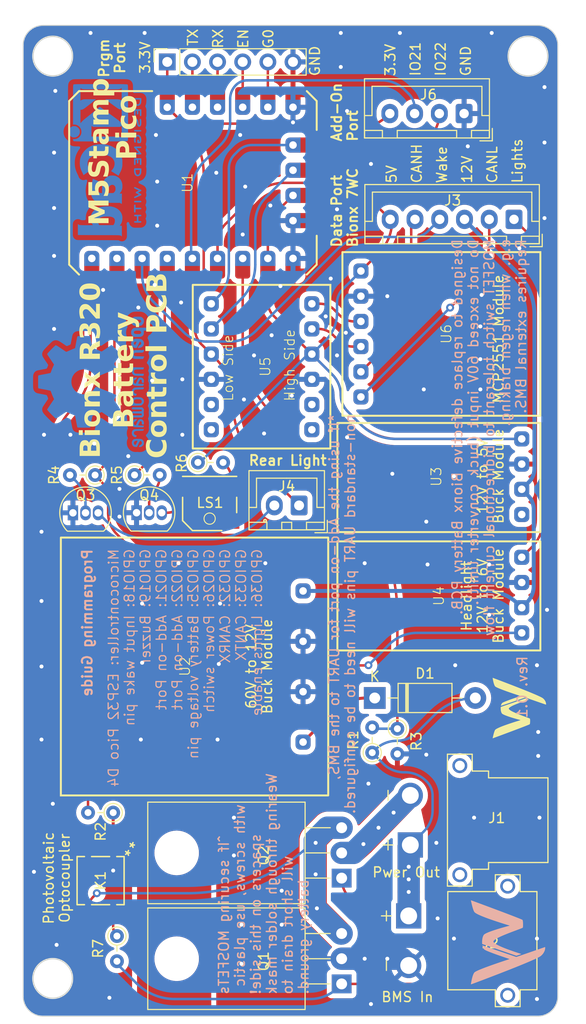
<source format=kicad_pcb>
(kicad_pcb (version 20240108) (generator "pcbnew") (generator_version "8.0")
  (title_block (date "2024-05-04") (rev "0.1") (comment 4 "AISLER Project ID: UHHHDROX"))
  (layers (0 "F.Cu" signal) (31 "B.Cu" signal) (34 "B.Paste" user) (35 "F.Paste" user) (36 "B.SilkS" user "B.Silkscreen") (37 "F.SilkS" user "F.Silkscreen") (38 "B.Mask" user) (39 "F.Mask" user) (44 "Edge.Cuts" user))
  (net 0 "")
  (net 1 "+BATT")
  (net 2 "-BATT")
  (net 3 "+12V")
  (net 4 "Net-(J5-Pin_4)")
  (net 5 "Net-(J5-Pin_2)")
  (net 6 "Net-(J5-Pin_5)")
  (net 7 "Net-(J5-Pin_3)")
  (net 8 "+5V")
  (net 10 "Net-(Q1-G)")
  (net 11 "Net-(Q3-B)")
  (net 12 "/CAN_L")
  (net 13 "/CAN_H")
  (net 14 "/Ride+_Wakepin")
  (net 15 "/Headlight_power")
  (net 16 "/BMS_TX")
  (net 17 "/BMS_RX")
  (net 18 "Net-(K1-Pad1)")
  (net 19 "+3.3V")
  (net 20 "Net-(Q4-B)")
  (net 21 "/LightsEnable_pin")
  (net 22 "/CAN_TX")
  (net 23 "/PowerSwitch_pin")
  (net 24 "/CAN_RX")
  (net 25 "/buzzer_pin")
  (net 26 "-OUT")
  (net 27 "Net-(D1-K)")
  (net 28 "/batteryRead_pin")
  (net 29 "Net-(LS1--)")
  (net 30 "Net-(LS1-+)")
  (net 35 "Net-(U5-HV2)")
  (net 36 "Net-(U5-HV1)")
  (net 38 "Net-(K1-Pad4)")
  (net 39 "Drain")
  (net 40 "Net-(J4-Pin_2)")
  (footprint "Resistor_THT:R_Axial_DIN0204_L3.6mm_D1.6mm_P2.54mm_Vertical" (layer "F.Cu") (at 50.165 131.318 180)
    (property "Reference" "R2")
    (property "Value" "R")
  )
  (footprint "Aliexpress_Modules:MCP2551 Module" (layer "F.Cu") (at 83.312 83.058 -90)
    (property "Reference" "U6")
    (property "Value" "MCP2551_Module")
  )
  (footprint "Aliexpress_Modules:Logic Level Converter Module" (layer "F.Cu") (at 65.151 86.36 -90)
    (property "Reference" "U5")
    (property "Value" "4-channel_LevelShifter")
  )
  (footprint "Package_TO_SOT_THT:TO-220-3_Horizontal_TabDown" (layer "F.Cu") (at 73.238 137.922 90)
    (property "Reference" "Q2")
    (property "Value" "STB75NF75LT4")
  )
  (footprint "Connector_JST:JST_XH_B4B-XH-A_1x04_P2.50mm_Vertical" (layer "F.Cu") (at 85.605 60.833 180)
    (property "Reference" "J6")
    (property "Value" "Conn_01x04_Socket")
  )
  (footprint "Connector_PinSocket_2.54mm:PinSocket_1x06_P2.54mm_Vertical" (layer "F.Cu") (at 55.626 55.626 90)
    (property "Reference" "J5" (hide yes))
    (property "Value" "Conn_01x06_Pin")
  )
  (footprint "Connector_JST:JST_XH_B6B-XH-A_1x06_P2.50mm_Vertical" (layer "F.Cu") (at 90.645 71.501 180)
    (property "Reference" "J3")
    (property "Value" "Conn_01x06_Socket")
  )
  (footprint "Aliexpress_Modules:Adj Buck Module" (layer "F.Cu") (at 83.2993 97.4471 90)
    (property "Reference" "U3")
    (property "Value" "Adj_Buck_Module")
  )
  (footprint "Resistor_THT:R_Axial_DIN0204_L3.6mm_D1.6mm_P2.54mm_Vertical" (layer "F.Cu") (at 52.324 97.2713)
    (property "Reference" "R5")
    (property "Value" "R")
  )
  (footprint "M5Stamp:M5Stamp Pico" (layer "F.Cu") (at 58.166 67.818 90)
    (property "Reference" "U1")
    (property "Value" "M5Stack-STAMP-PICO")
  )
  (footprint "Logos:MyLogo_small" (layer "F.Cu") (at 91.186 120.777 90)
    (property "Reference" "G***" (hide yes))
    (property "Value" "LOGO" (hide yes))
  )
  (footprint "Package_TO_SOT_THT:TO-220-3_Horizontal_TabDown" (layer "F.Cu") (at 73.238 148.59 90)
    (property "Reference" "Q1")
    (property "Value" "STB75NF75LT4")
  )
  (footprint "Package_TO_SOT_THT:TO-92_Inline" (layer "F.Cu") (at 46.101 101.092)
    (property "Reference" "Q3")
    (property "Value" "2N3904")
  )
  (footprint "Resistor_THT:R_Axial_DIN0204_L3.6mm_D1.6mm_P2.54mm_Vertical" (layer "F.Cu") (at 50.546 143.764 -90)
    (property "Reference" "R7")
    (property "Value" "R")
  )
  (footprint "Resistor_THT:R_Axial_DIN0204_L3.6mm_D1.6mm_P2.54mm_Vertical" (layer "F.Cu") (at 58.724 96.012)
    (property "Reference" "R6")
    (property "Value" "R")
  )
  (footprint "Resistor_THT:R_Axial_DIN0204_L3.6mm_D1.6mm_P2.54mm_Vertical" (layer "F.Cu") (at 78.867 122.859 -90)
    (property "Reference" "R3")
    (property "Value" "R")
  )
  (footprint "SnapEDA Library:AMASS_XT30PW-F" (layer "F.Cu") (at 85.1743 132.08 -90)
    (property "Reference" "J1")
    (property "Value" "XT30PW-F")
  )
  (footprint "5020_buzzer:CMT-0502_CUD" (layer "F.Cu") (at 59.908 100.1497 180)
    (property "Reference" "LS1")
    (property "Value" "CMT-0502-75-SMT-TR")
  )
  (footprint "Connector_JST:JST_XH_B2B-XH-A_1x02_P2.50mm_Vertical" (layer "F.Cu") (at 68.941 100.347 180)
    (property "Reference" "J4")
    (property "Value" "Conn_01x02_Socket")
  )
  (footprint "Resistor_THT:R_Axial_DIN0204_L3.6mm_D1.6mm_P2.54mm_Vertical" (layer "F.Cu") (at 48.337 97.282 180)
    (property "Reference" "R4")
    (property "Value" "R")
  )
  (footprint "Diode_THT:D_DO-41_SOD81_P10.16mm_Horizontal" (layer "F.Cu") (at 76.581 119.761)
    (property "Reference" "D1")
    (property "Value" "D")
  )
  (footprint "Aliexpress_Modules:CR-6030S Buck Module" (layer "F.Cu") (at 57.912 116.586 90)
    (property "Reference" "U2")
    (property "Value" "CR-6030S_Buck_Converter")
  )
  (footprint "SnapEDA Library:AMASS_XT30PW-M" (layer "F.Cu") (at 90.01 144.232 -90)
    (property "Reference" "J2")
    (property "Value" "XT30PW-M")
  )
  (footprint "Package_TO_SOT_THT:TO-92_Inline" (layer "F.Cu") (at 52.528 101.0813)
    (property "Reference" "Q4")
    (property "Value" "2N3904")
  )
  (footprint "Resistor_THT:R_Axial_DIN0204_L3.6mm_D1.6mm_P2.54mm_Vertical" (layer "F.Cu") (at 76.327 125.272 90)
    (property "Reference" "R1")
    (property "Value" "R")
  )
  (footprint "Aliexpress_Modules:Adj Buck Module" (layer "F.Cu") (at 83.2993 109.3851 90)
    (property "Reference" "U4")
    (property "Value" "Adj_Buck_Module")
  )
  (footprint "Optocoupler_voltaic:SOP4PIN_PAN" (layer "F.Cu") (at 48.895 138.176 -90)
    (property "Reference" "K1")
    (property "Value" "APV1121S")
  )
  (footprint "Logos:MyLogo" (layer "B.Cu") (at 90.043 144.399 -90)
    (property "Reference" "G***" (hide yes))
    (property "Value" "LOGO" (hide yes))
  )
  (footprint "Symbol:OSHW-Logo2_14.6x12mm_Copper" (layer "B.Cu") (at 48.133 87.884 -90)
    (property "Reference" "REF**" (hide yes))
    (property "Value" "OSHW-Logo2_14.6x12mm_Copper" (hide yes))
  )
  (footprint "Symbol:KiCad-Logo2_6mm_Copper" (layer "B.Cu") (at 48.641 65.532 -90)
    (property "Reference" "REF**" (hide yes))
    (property "Value" "KiCad-Logo2_6mm_Copper" (hide yes))
  )
  (gr_circle (center 44.061 148.042) (end 46.061 148.042) (stroke (width 0.15)) (fill none) (layer "Edge.Cuts"))
  (gr_arc (start 93.072 51.943) (mid 94.486214 52.528786) (end 95.072 53.943) (stroke (width 0.1)) (layer "Edge.Cuts"))
  (gr_arc (start 43.072 151.843) (mid 41.657786 151.257214) (end 41.072 149.843) (stroke (width 0.1)) (layer "Edge.Cuts"))
  (gr_line (start 41.072 149.843) (end 41.072 53.943) (stroke (width 0.1)) (layer "Edge.Cuts"))
  (gr_line (start 43.072 51.943) (end 93.072 51.943) (stroke (width 0.1)) (layer "Edge.Cuts"))
  (gr_arc (start 41.072 53.943) (mid 41.657786 52.528786) (end 43.072 51.943) (stroke (width 0.1)) (layer "Edge.Cuts"))
  (gr_line (start 95.072 53.943) (end 95.072 149.843) (stroke (width 0.1)) (layer "Edge.Cuts"))
  (gr_line (start 93.072 151.843) (end 43.072 151.843) (stroke (width 0.1)) (layer "Edge.Cuts"))
  (gr_circle (center 92.061 55.042) (end 94.061 55.042) (stroke (width 0.15)) (fill none) (layer "Edge.Cuts"))
  (gr_circle (center 44.061 55.042) (end 46.061 55.042) (stroke (width 0.15)) (fill none) (layer "Edge.Cuts"))
  (gr_arc (start 95.072 149.843) (mid 94.486214 151.257214) (end 93.072 151.843) (stroke (width 0.1)) (layer "Edge.Cuts"))
  (gr_text "^If securing MOSFETs\nwith screws, use plastic \nspacers on this side!\nWearing through solder mask\nwill short drain to\nbattery ground." (at 69.977 149.733 90) (layer "B.SilkS") (effects (font (size 1 1)) (justify right bottom mirror)))
  (gr_text "Programming Guide" (at 48.133 104.648 90) (layer "B.SilkS") (effects (font (size 1 1) (thickness 0.2) (bold yes)) (justify left bottom mirror)))
  (gr_text "*If using the Add-on port for UART to the BMS, \nnon-standard UART pins will need to be configured." (at 74.676 91.059 90) (layer "B.SilkS") (effects (font (size 1 1)) (justify left bottom mirror)))
  (gr_text "Rev. 0.1" (at 92.075 115.443 90) (layer "B.SilkS") (effects (font (size 1 1)) (justify left bottom mirror)))
  (gr_text "Microcontroller: ESP32 Pico D4\nGPIO18: Input wake pin\nGPIO19: Buzzer\nGPIO21: Add-on Port\nGPIO22: Add-on Port\nGPIO25: Battery voltage pin\nGPIO26: Power switch\nGPIO32: CANRX\nGPIO33: CANTX\nGPIO36: Lights enable\n" (at 65.278 104.648 90) (layer "B.SilkS") (effects (font (size 1 1) (thickness 0.125)) (justify left bottom mirror)))
  (gr_text "Designed to replace defective Bionx Battery PCB. \nDo not exceed 60V input (buck converter limit).\nMOSFET switch tolerant to bidirectional current flow,\ne.g. when regen braking.\nRequires external BMS." (at 91.948 73.406 90) (layer "B.SilkS") (effects (font (size 1 1)) (justify left bottom mirror)))
  (gr_text "GND" (at 71.12 57.15 90) (layer "F.SilkS") (effects (font (size 1 1)) (justify left bottom)))
  (gr_text "IO21" (at 81.28 57.15 90) (layer "F.SilkS") (effects (font (size 1 1)) (justify left bottom)))
  (gr_text "BMS In" (at 79.883 150.495 0) (layer "F.SilkS") (effects (font (size 1 1)) (justify bottom)))
  (gr_text "RX" (at 61.341 54.356 90) (layer "F.SilkS") (effects (font (size 1 1)) (justify left bottom)))
  (gr_text "IO22" (at 83.819998 57.15 90) (layer "F.SilkS") (effects (font (size 1 1)) (justify left bottom)))
  (gr_text "3.3V" (at 53.975 56.896 90) (layer "F.SilkS") (effects (font (size 1 1)) (justify left bottom)))
  (gr_text "12V to 5V\nBuck Module" (at 89.662 97.409 90) (layer "F.SilkS") (effects (font (size 1 1)) (justify bottom)))
  (gr_text "CANH" (at 81.407 67.944999 90) (layer "F.SilkS") (effects (font (size 1 1)) (justify left bottom)))
  (gr_text "CANL" (at 89.027 67.944999 90) (layer "F.SilkS") (effects (font (size 1 1)) (justify left bottom)))
  (gr_text "Data Port\nBionx 7WC" (at 74.93 74.422 90) (layer "F.SilkS") (effects (font (size 1 1) (thickness 0.2) (bold yes)) (justify left bottom)))
  (gr_text "Bionx R320 \nBattery \nControl PCB" (at 55.88 86.233 90) (layer "F.SilkS") (effects (font (size 2 2) (thickness 0.2) (bold yes)) (justify bottom)))
  (gr_text "GND" (at 86.359999 57.15 90) (layer "F.SilkS") (effects (font (size 1 1)) (justify left bottom)))
  (gr_text "EN" (at 63.881 54.356 90) (layer "F.SilkS") (effects (font (size 1 1)) (justify left bottom)))
  (gr_text "MCP2551 Module" (at 89.662 83.566 90) (layer "F.SilkS") (effects (font (size 1 1)) (justify bottom)))
  (gr_text "Wake" (at 83.947 67.945 90) (layer "F.SilkS") (effects (font (size 1 1)) (justify left bottom)))
  (gr_text "12V" (at 86.486999 67.944999 90) (layer "F.SilkS") (effects (font (size 1 1)) (justify left bottom)))
  (gr_text "Rear Light" (at 63.754 96.393 0) (layer "F.SilkS") (effects (font (size 1 1) (thickness 0.2) (bold yes)) (justify left bottom)))
  (gr_text "3.3V" (at 78.739999 57.15 90) (layer "F.SilkS") (effects (font (size 1 1)) (justify left bottom)))
  (gr_text "Prgm\nPort" (at 51.435 55.245 90) (layer "F.SilkS") (effects (font (size 1 1) (thickness 0.2) (bold yes)) (justify bottom)))
  (gr_text "Pwer Out" (at 79.756 137.922 0) (layer "F.SilkS") (effects (font (size 1 1)) (justify bottom)))
  (gr_text "Lights" (at 91.567 67.944999 90) (layer "F.SilkS") (effects (font (size 1 1)) (justify left bottom)))
  (gr_text "5V" (at 78.867 67.944999 90) (layer "F.SilkS") (effects (font (size 1 1)) (justify left bottom)))
  (gr_text "Add-On\nPort" (at 74.93 63.754 90) (layer "F.SilkS") (effects (font (size 1 1) (thickness 0.2) (bold yes)) (justify left bottom)))
  (gr_text "60V to 12V\nBuck Module" (at 66.294 116.586 90) (layer "F.SilkS") (effects (font (size 1 1)) (justify bottom)))
  (gr_text "Headlight\n12V to 6V\nBuck Module" (at 89.662 109.474 90) (layer "F.SilkS") (effects (font (size 1 1)) (justify bottom)))
  (gr_text "G0" (at 66.421 54.356 90) (layer "F.SilkS") (effects (font (size 1 1)) (justify left bottom)))
  (gr_text "TX" (at 58.801 54.102 90) (layer "F.SilkS") (effects (font (size 1 1)) (justify left bottom)))
  (gr_text "Photovoltaic\nOptocoupler" (at 45.847 137.922 90) (layer "F.SilkS") (effects (font (size 1 1)) (justify bottom)))
  (segment (start 80.01 138.049) (end 80.01 139.319) (width 2.25) (layer "F.Cu") (net 1))
  (segment (start 80.1742 134.58) (end 80.01 134.744) (width 2.25) (layer "F.Cu") (net 1))
  (segment (start 80.01 134.744) (end 80.01 136.779) (width 2.25) (layer "F.Cu") (net 1))
  (segment (start 80.01 139.319) (end 80.01 141.732) (width 2.25) (layer "F.Cu") (net 1))
  (segment (start 80.01 136.779) (end 80.01 138.049) (width 2.25) (layer "F.Cu") (net 1))
  (via (at 80.01 138.049) (size 0.8) (drill 0.4) (layers "F.Cu" "B.Cu") (net 1))
  (via (at 80.01 136.779) (size 0.8) (drill 0.4) (layers "F.Cu" "B.Cu") (net 1))
  (via (at 80.01 139.319) (size 0.8) (drill 0.4) (layers "F.Cu" "B.Cu") (net 1))
  (segment (start 80.860332 123.228668) (end 82.621762 121.467238) (width 0.25) (layer "B.Cu") (net 1))
  (segment (start 81.77768 128.13268) (end 81.837214 128.192214) (width 0.25) (layer "B.Cu") (net 1))
  (segment (start 79.551641 127.254) (end 79.656359 127.254) (width 0.25) (layer "B.Cu") (net 1))
  (segment (start 76.327 125.272) (end 77.430321 126.375321) (width 0.25) (layer "B.Cu") (net 1))
  (segment (start 82.423 129.606427) (end 82.423 131.088437) (width 0.25) (layer "B.Cu") (net 1))
  (segment (start 81.544415 133.209663) (end 81.2986 133.4555) (width 0.25) (layer "B.Cu") (net 1))
  (segment (start 81.2986 133.4555) (end 80.1742 134.58) (width 0.25) (layer "B.Cu") (net 1))
  (segment (start 80.01 141.732) (end 80.01 134.744) (width 2.25) (layer "B.Cu") (net 1))
  (segment (start 76.327 125.272) (end 76.609622 124.989378) (width 0.25) (layer "B.Cu") (net 1))
  (segment (start 80.1743 134.5798) (end 80.1743 134.58) (width 2.25) (layer "B.Cu") (net 1))
  (segment (start 80.01 134.744) (end 80.1742 134.58) (width 2.25) (layer "B.Cu") (net 1))
  (arc (start 81.837214 128.192214) (mid 82.270759 128.84106) (end 82.423 129.606427) (width 0.25) (layer "B.Cu") (net 1))
  (arc (start 78.80745 124.079) (mid 77.618002 124.315599) (end 76.609622 124.989378) (width 0.25) (layer "B.Cu") (net 1))
  (arc (start 81.544415 133.209663) (mid 82.194664 132.236426) (end 82.423 131.088437) (width 0.25) (layer "B.Cu") (net 1))
  (arc (start 82.621762 121.467238) (mid 84.511678 120.204436) (end 86.741 119.761) (width 0.25) (layer "B.Cu") (net 1))
  (arc (start 78.80745 124.079) (mid 79.918462 123.858006) (end 80.860332 123.228668) (width 0.25) (layer "B.Cu") (net 1))
  (arc (start 79.656359 127.254) (mid 80.80441 127.482362) (end 81.77768 128.13268) (width 0.25) (layer "B.Cu") (net 1))
  (arc (start 77.430321 126.375321) (mid 78.403591 127.025639) (end 79.551641 127.254) (width 0.25) (layer "B.Cu") (net 1))
  (segment (start 75.565 146.05) (end 73.238 146.05) (width 2.25) (layer "F.Cu") (net 2))
  (segment (start 77.851 146.05) (end 75.565 146.05) (width 2.25) (layer "F.Cu") (net 2))
  (segment (start 79.328 146.05) (end 77.851 146.05) (width 2.25) (layer "F.Cu") (net 2))
  (segment (start 80.01 146.732) (end 79.328 146.05) (width 2.25) (layer "F.Cu") (net 2))
  (via (at 63.246 73.025) (size 0.8) (drill 0.4) (layers "F.Cu" "B.Cu") (net 2))
  (via (at 79.121 52.705) (size 0.8) (drill 0.4) (layers "F.Cu" "B.Cu") (net 2))
  (via (at 63.119 146.558) (size 0.8) (drill 0.4) (layers "F.Cu" "B.Cu") (net 2))
  (via (at 49.784 149.987) (size 0.8) (drill 0.4) (layers "F.Cu" "B.Cu") (net 2))
  (via (at 93.98 110.871) (size 0.8) (drill 0.4) (layers "F.Cu" "B.Cu") (net 2))
  (via (at 60.96 110.236) (size 0.8) (drill 0.4) (layers "F.Cu" "B.Cu") (net 2))
  (via (at 51.689 95.377) (size 0.8) (drill 0.4) (layers "F.Cu" "B.Cu") (net 2))
  (via (at 57.15 93.218) (size 0.8) (drill 0.4) (layers "F.Cu" "B.Cu") (net 2))
  (via (at 65.532 106.172) (size 0.8) (drill 0.4) (layers "F.Cu" "B.Cu") (net 2))
  (via (at 85.979 64.135) (size 0.8) (drill 0.4) (layers "F.Cu" "B.Cu") (net 2))
  (via (at 75.565 106.172) (size 0.8) (drill 0.4) (layers "F.Cu" "B.Cu") (net 2))
  (via (at 87.376 79.121) (size 0.8) (drill 0.4) (layers "F.Cu" "B.Cu") (net 2))
  (via (at 76.2 65.913) (size 0.8) (drill 0.4) (layers "F.Cu" "B.Cu") (net 2))
  (via (at 93.218 131.826) (size 0.8) (drill 0.4) (layers "F.Cu" "B.Cu") (net 2))
  (via (at 73.787 60.579) (size 0.8) (drill 0.4) (layers "F.Cu" "B.Cu") (net 2))
  (via (at 63.373 89.662) (size 0.8) (drill 0.4) (layers "F.Cu" "B.Cu") (net 2))
  (via (at 82.804 134.366) (size 0.8) (drill 0.4) (layers "F.Cu" "B.Cu") (net 2))
  (via (at 63.119 142.621) (size 0.8) (drill 0.4) (layers "F.Cu" "B.Cu") (net 2))
  (via (at 81.788 101.981) (size 0.8) (drill 0.4) (layers "F.Cu" "B.Cu") (net 2))
  (via (at 66.167 83.185) (size 0.8) (drill 0.4) (layers "F.Cu" "B.Cu") (net 2))
  (via (at 62.357 135.636) (size 0.8) (drill 0.4) (layers "F.Cu" "B.Cu") (net 2))
  (via (at 92.964 144.018) (size 0.8) (drill 0.4) (layers "F.Cu" "B.Cu") (net 2))
  (via (at 60.706 123.952) (size 0.8) (drill 0.4) (layers "F.Cu" "B.Cu") (net 2))
  (via (at 42.926 109.982) (size 0.8) (drill 0.4) (layers "F.Cu" "B.Cu") (net 2))
  (via (at 63.5 68.199) (size 0.8) (drill 0.4) (layers "F.Cu" "B.Cu") (net 2))
  (via (at 73.152 56.134) (size 0.8) (drill 0.4) (layers "F.Cu" "B.Cu") (net 2))
  (via (at 52.959 123.952) (size 0.8) (drill 0.4) (layers "F.Cu" "B.Cu") (net 2))
  (via (at 93.726 63.754) (size 0.8) (drill 0.4) (layers "F.Cu" "B.Cu") (net 2))
  (via (at 54.61 72.136) (size 0.8) (drill 0.4) (layers "F.Cu" "B.Cu") (net 2))
  (via (at 53.086 110.236) (size 0.8) (drill 0.4) (layers "F.Cu" "B.Cu") (net 2))
  (via (at 81.534 88.646) (size 0.8) (drill 0.4) (layers "F.Cu" "B.Cu") (net 2))
  (via (at 93.091 125.603) (size 0.8) (drill 0.4) (layers "F.Cu" "B.Cu") (net 2))
  (via (at 73.787 93.472) (size 0.8) (drill 0.4) (layers "F.Cu" "B.Cu") (net 2))
  (via (at 68.326 61.722) (size 0.8) (drill 0.4) (layers "F.Cu" "B.Cu") (net 2))
  (via (at 92.964 150.114) (size 0.8) (drill 0.4) (layers "F.Cu" "B.Cu") (net 2))
  (via (at 93.726 58.166) (size 0.8) (drill 0.4) (layers "F.Cu" "B.Cu") (net 2))
  (via (at 81.915 106.299) (size 0.8) (drill 0.4) (layers "F.Cu" "B.Cu") (net 2))
  (via (at 81.788 125.476) (size 0.8) (drill 0.4) (layers "F.Cu" "B.Cu") (net 2))
  (via (at 56.769 106.172) (size 0.8) (drill 0.4) (layers "F.Cu" "B.Cu") (net 2))
  (via (at 42.164 137.287) (size 0.8) (drill 0.4) (layers "F.Cu" "B.Cu") (net 2))
  (via (at 84.582 97.409) (size 0.8) (drill 0.4) (layers "F.Cu" "B.Cu") (net 2))
  (via (at 50.8 98.679) (size 0.8) (drill 0.4) (layers "F.Cu" "B.Cu") (net 2))
  (via (at 44.196 82.55) (size 0.8) (drill 0.4) (layers "F.Cu" "B.Cu") (net 2))
  (via (at 88.392 52.705) (size 0.8) (drill 0.4) (layers "F.Cu" "B.Cu") (net 2))
  (via (at 78.359 97.155) (size 0.8) (drill 0.4) (layers "F.Cu" "B.Cu") (net 2))
  (via (at 72.771 85.217) (size 0.8) (drill 0.4) (layers "F.Cu" "B.Cu") (net 2))
  (via (at 67.183 142.621) (size 0.8) (drill 0.4) (layers "F.Cu" "B.Cu") (net 2))
  (via (at 53.34 52.705) (size 0.8) (drill 0.4) (layers "F.Cu" "B.Cu") (net 2))
  (via (at 57.023 79.883) (size 0.8) (drill 0.4) (layers "F.Cu" "B.Cu") (net 2))
  (via (at 44.323 58.547) (size 0.8) (drill 0.4) (layers "F.Cu" "B.Cu") (net 2))
  (via (at 54.61 67.691) (size 0.8) (drill 0.4) (layers "F.Cu" "B.Cu") (net 2))
  (via (at 82.931 141.986) (size 0.8) (drill 0.4) (layers "F.Cu" "B.Cu") (net 2))
  (via (at 44.196 70.358) (size 0.8) (drill 0.4) (layers "F.Cu" "B.Cu") (net 2))
  (via (at 71.628 81.28) (size 0.8) (drill 0.4) (layers "F.Cu" "B.Cu") (net 2))
  (via (at 44.196 64.77) (size 0.8) (drill 0.4) (layers "F.Cu" "B.Cu") (net 2))
  (via (at 68.199 89.281) (size 0.8) (drill 0.4) (layers "F.Cu" "B.Cu") (net 2))
  (via (at 44.45 144.653) (size 0.8) (drill 0.4) (layers "F.Cu" "B.Cu") (net 2))
  (via (at 75.946 128.397) (size 0.8) (drill 0.4) (layers "F.Cu" "B.Cu") (net 2))
  (via (at 62.357 131.826) (size 0.8) (drill 0.4) (layers "F.Cu" "B.Cu") (net 2))
  (via (at 86.614 131.826) (size 0.8) (drill 0.4) (layers "F.Cu" "B.Cu") (net 2))
  (via (at 87.249 85.598) (size 0.8) (drill 0.4) (layers "F.Cu" "B.Cu") (net 2))
  (via (at 49.149 78.613) (size 0.8) (drill 0.4) (layers "F.Cu" "B.Cu") (net 2))
  (via (at 93.091 123.19) (size 0.8) (drill 0.4) (layers "F.Cu" "B.Cu") (net 2))
  (via (at 52.705 80.391) (size 0.8) (drill 0.4) (layers "F.Cu" "B.Cu") (net 2))
  (via (at 73.152 52.705) (size 0.8) (drill 0.4) (layers "F.Cu" "B.Cu") (net 2))
  (via (at 54.483 62.992) (size 0.8) (drill 0.4) (layers "F.Cu" "B.Cu") (net 2))
  (via (at 44.069 130.429) (size 0.8) (drill 0.4) (layers "F.Cu" "B.Cu") (net 2))
  (via (at 47.879 52.705) (size 0.8) (drill 0.4) (layers "F.Cu" "B.Cu") (net 2))
  (via (at 73.66 82.931) (size 0.8) (drill 0.4) (layers "F.Cu" "B.Cu") (net 2))
  (via (at 84.709 116.459) (size 0.8) (drill 0.4) (layers "F.Cu" "B.Cu") (net 2))
  (via (at 48.26 94.107) (size 0.8) (drill 0.4) (layers "F.Cu" "B.Cu") (net 2))
  (via (at 91.186 74.422) (size 0.8) (drill 0.4) (layers "F.Cu" "B.Cu") (net 2))
  (via (at 88.138 106.299) (size 0.8) (drill 0.4) (layers "F.Cu" "B.Cu") (net 2))
  (via (at 42.926 116.586) (size 0.8) (drill 0.4) (layers "F.Cu" "B.Cu") (net 2))
  (via (at 67.183 139.192) (size 0.8) (drill 0.4) (layers "F.Cu" "B.Cu") (net 2))
  (via (at 88.138 111.379) (size 0.8) (drill 0.4) (layers "F.Cu" "B.Cu") (net 2))
  (via (at 50.8 101.473) (size 0.8) (drill 0.4) (layers "F.Cu" "B.Cu") (net 2))
  (via (at 54.356 78.105) (size 0.8) (drill 0.4) (layers "F.Cu" "B.Cu") (net 2))
  (via (at 72.771 70.485) (size 0.8) (drill 0.4) (layers "F.Cu" "B.Cu") (net 2))
  (via (at 66.04 70.104) (size 0.8) (drill 0.4) (layers "F.Cu" "B.Cu") (net 2))
  (via (at 92.964 116.459) (size 0.8) (drill 0.4) (layers "F.Cu" "B.Cu") (net 2))
  (via (at 87.249 88.646) (size 0.8) (drill 0.4) (layers "F.Cu" "B.Cu") (net 2))
  (via (at 67.056 78.232) (size 0.8) (drill 0.4) (layers "F.Cu" "B.Cu") (net 2))
  (via (at 54.102 87.757) (size 0.8) (drill 0.4) (layers "F.Cu" "B.Cu") (net 2))
  (via (at 60.579 66.802) (size 0.8) (drill 0.4) (layers "F.Cu" "B.Cu") (net 2))
  (via (at 42.926 102.997) (size 0.8) (drill 0.4) (layers "F.Cu" "B.Cu") (net 2))
  (via (at 65.405 93.091) (size 0.8) (drill 0.4) (layers "F.Cu" "B.Cu") (net 2))
  (via (at 43.18 93.218) (size 0.8) (drill 0.4) (layers "F.Cu" "B.Cu") (net 2))
  (via (at 44.196 75.184) (size 0.8) (drill 0.4) (layers "F.Cu" "B.Cu") (net 2))
  (via (at 87.249 82.296) (size 0.8) (drill 0.4) (layers "F.Cu" "B.Cu") (net 2))
  (via (at 42.926 123.952) (size 0.8) (drill 0.4) (layers "F.Cu" "B.Cu") (net 2))
  (via (at 77.851 146.05) (size 0.8) (drill 0.4) (layers "F.Cu" "B.Cu") (net 2))
  (via (at 93.726 71.374) (size 0.8) (drill 0.4) (layers "F.Cu" "B.Cu") (net 2))
  (via (at 62.992 62.992) (size 0.8) (drill 0.4) (layers "F.Cu" "B.Cu") (net 2))
  (via (at 77.851 79.248) (size 0.8) (drill 0.4) (layers "F.Cu" "B.Cu") (net 2))
  (via (at 84.582 144.018) (size 0.8) (drill 0.4) (layers "F.Cu" "B.Cu") (net 2))
  (via (at 45.847 93.218) (size 0.8) (drill 0.4) (layers "F.Cu" "B.Cu") (net 2))
  (via (at 50.165 137.16) (size 0.8) (drill 0.4) (layers "F.Cu" "B.Cu") (net 2))
  (via (at 53.086 116.205) (size 0.8) (drill 0.4) (layers "F.Cu" "B.Cu") (net 2))
  (via (at 57.15 87.63) (size 0.8) (drill 0.4) (layers "F.Cu" "B.Cu") (net 2))
  (via (at 64.389 85.217) (size 0.8) (drill 0.4) (layers "F.Cu" "B.Cu") (net 2))
  (via (at 75.565 146.05) (size 0.8) (drill 0.4) (layers "F.Cu" "B.Cu") (net 2))
  (via (at 60.833 116.332) (size 0.8) (drill 0.4) (layers "F.Cu" "B.Cu") (net 2))
  (via (at 76.2 150.622) (size 0.8) (drill 0.4) (layers "F.Cu" "B.Cu") (net 2))
  (via (at 72.136 77.47) (size 0.8) (drill 0.4) (layers "F.Cu" "B.Cu") (net 2))
  (segment (start 73.238 146.05) (end 79.328 146.05) (width 2.25) (layer "B.Cu") (net 2))
  (segment (start 79.328 146.05) (end 80.01 146.732) (width 2.25) (layer "B.Cu") (net 2))
  (segment (start 92.053513 99.343313) (end 91.4273 98.7171) (width 0.4) (layer "B.Cu") (net 3))
  (segment (start 90.966743 76.869743) (end 85.5156 71.4186) (width 0.4) (layer "B.Cu") (net 3))
  (segment (start 91.4273 110.655) (end 91.933926 110.148374) (width 0.4) (layer "B.Cu") (net 3))
  (segment (start 69.342 108.966) (end 87.853947 108.966) (width 0.4) (layer "B.Cu") (net 3))
  (segment (start 92.71 96.605973) (end 92.71 81.078338) (width 0.4) (layer "B.Cu") (net 3))
  (segment (start 91.070606 110.298327) (end 91.4273 110.655) (width 0.4) (layer "B.Cu") (net 3))
  (segment (start 91.4273 98.7171) (end 92.124214 98.020186) (width 0.4) (layer "B.Cu") (net 3))
  (segment (start 92.6393 108.44545) (end 92.6393 100.757527) (width 0.4) (layer "B.Cu") (net 3))
  (segment (start 91.4273 110.655) (end 91.4273 110.6551) (width 0.4) (layer "B.Cu") (net 3))
  (arc (start 90.966743 76.869743) (mid 92.256942 78.800663) (end 92.71 81.078338) (width 0.4) (layer "B.Cu") (net 3))
  (arc (start 92.71 96.605973) (mid 92.557759 97.37134) (end 92.124214 98.020186) (width 0.4) (layer "B.Cu") (net 3))
  (arc (start 91.933926 110.148374) (mid 92.455979 109.367066) (end 92.6393 108.44545) (width 0.4) (layer "B.Cu") (net 3))
  (arc (start 87.853947 108.966) (mid 89.594779 109.31226) (end 91.070606 110.298327) (width 0.4) (layer "B.Cu") (net 3))
  (arc (start 92.6393 100.757527) (mid 92.487059 99.99216) (end 92.053513 99.343313) (width 0.4) (layer "B.Cu") (net 3))
  (segment (start 63.246 55.626) (end 63.246 58.928) (width 0.25) (layer "F.Cu") (net 4))
  (segment (start 58.166 55.626) (end 58.166 58.928) (width 0.25) (layer "F.Cu") (net 5))
  (segment (start 65.786 55.626) (end 65.786 58.928) (width 0.25) (layer "F.Cu") (net 6))
  (segment (start 60.706 55.626) (end 60.706 58.928) (width 0.25) (layer "F.Cu") (net 7))
  (segment (start 73.834463 90.852463) (end 75.053673 92.071673) (width 0.25) (layer "F.Cu") (net 8))
  (segment (start 76.987945 74.904055) (end 75.36255 76.52945) (width 0.25) (layer "F.Cu") (net 8))
  (segment (start 70.104 69.088) (end 74.445289 69.088) (width 0.25) (layer "F.Cu") (net 8))
  (segment (start 65.786 76.708) (end 65.786 79.816573) (width 0.25) (layer "F.Cu") (net 8))
  (segment (start 70.231 85.09) (end 72.307806 87.166806) (width 0.25) (layer "F.Cu") (net 8))
  (segment (start 76.641842 69.997842) (end 78.32355 71.67955) (width 0.25) (layer "F.Cu") (net 8))
  (segment (start 68.326 69.088) (end 66.619657 70.794343) (width 0.25) (layer "F.Cu") (net 8))
  (segment (start 65.786 72.806969) (end 65.786 75.438) (width 0.25) (layer "F.Cu") (net 8))
  (segment (start 78.832947 93.6371) (end 91.4273 93.6371) (width 0.25) (layer "F.Cu") (net 8))
  (segment (start 66.371787 81.230787) (end 70.231 85.09) (width 0.25) (layer "F.Cu") (net 8))
  (arc (start 76.987945 74.904055) (mid 77.976438 73.424671) (end 78.32355 71.67955) (width 0.25) (layer "F.Cu") (net 8))
  (arc (start 73.152 89.204869) (mid 73.329366 90.096532) (end 73.834463 90.852463) (width 0.25) (layer "F.Cu") (net 8))
  (arc (start 65.786 72.806969) (mid 66.00266 71.717744) (end 66.619657 70.794343) (width 0.25) (layer "F.Cu") (net 8))
  (arc (start 78.832947 93.6371) (mid 76.787618 93.230259) (end 75.053673 92.071673) (width 0.25) (layer "F.Cu") (net 8))
  (arc (start 65.786 79.816573) (mid 65.938241 80.58194) (end 66.371787 81.230787) (width 0.25) (layer "F.Cu") (net 8))
  (arc (start 73.152 89.204869) (mid 72.932601 88.101877) (end 72.307806 87.166806) (width 0.25) (layer "F.Cu") (net 8))
  (arc (start 74.445289 69.088) (mid 75.634055 69.32446) (end 76.641842 69.997842) (width 0.25) (layer "F.Cu") (net 8))
  (segment (start 70.231 85.09) (end 71.644277 83.676723) (width 0.25) (layer "B.Cu") (net 8))
  (segment (start 78.698872 93.6371) (end 91.4273 93.6371) (width 0.25) (layer "B.Cu") (net 8))
  (segment (start 73.831601 90.849601) (end 75.148478 92.166478) (width 0.25) (layer "B.Cu") (net 8))
  (segment (start 73.353564 78.538436) (end 75.184 76.708) (width 0.25) (layer "B.Cu") (net 8))
  (segment (start 70.231 85.09) (end 72.304987 87.163987) (width 0.25) (layer "B.Cu") (net 8))
  (segment (start 70.231 85.09) (end 69.85 85.09) (width 0.25) (layer "B.Cu") (net 8))
  (segment (start 69.85 85.09) (end 58.928 96.012) (width 0.25) (layer "B.Cu") (net 8))
  (segment (start 58.928 96.012) (end 58.724 96.012) (width 0.25) (layer "B.Cu") (net 8))
  (segment (start 72.771 80.956574) (end 72.771 79.94487) (width 0.25) (layer "B.Cu") (net 8))
  (arc (start 72.304987 87.163987) (mid 72.931868 88.102181) (end 73.152 89.208901) (width 0.25) (layer "B.Cu") (net 8))
  (arc (start 72.771 79.94487) (mid 72.922403 79.183713) (end 73.353564 78.538436) (width 0.25) (layer "B.Cu") (net 8))
  (arc (start 73.152 89.208901) (mid 73.328622 90.096842) (end 73.831601 90.849601) (width 0.25) (layer "B.Cu") (net 8))
  (arc (start 72.771 80.956574) (mid 72.478174 82.428708) (end 71.644277 83.676723) (width 0.25) (layer "B.Cu") (net 8))
  (arc (start 78.698872 93.6371) (mid 76.777412 93.254898) (end 75.148478 92.166478) (width 0.25) (layer "B.Cu") (net 8))
  (segment (start 82.296 146.41847) (end 82.296 146.765537) (width 0.25) (layer "F.Cu") (net 10))
  (segment (start 80.471537 148.59) (end 73.238 148.59) (width 0.25) (layer "F.Cu") (net 10))
  (segment (start 79.214427 144.272) (end 80.14953 144.272) (width 0.25) (layer "F.Cu") (net 10))
  (segment (start 74.087991 139.973991) (end 77.800214 143.686214) (width 0.25) (layer "F.Cu") (net 10))
  (arc (start 82.296 146.765537) (mid 81.761627 148.055627) (end 80.471537 148.59) (width 0.25) (layer "F.Cu") (net 10))
  (arc (start 77.800214 143.686214) (mid 78.44906 144.119759) (end 79.214427 144.272) (width 0.25) (layer "F.Cu") (net 10))
  (arc (start 80.14953 144.272) (mid 81.667313 144.900687) (end 82.296 146.41847) (width 0.25) (layer "F.Cu") (net 10))
  (arc (start 73.238 137.922) (mid 73.458906 139.032498) (end 74.087991 139.973991) (width 0.25) (layer "F.Cu") (net 10))
  (segment (start 72.882055 148.945945) (end 73.238 148.59) (width 0.25) (layer "B.Cu") (net 10))
  (segment (start 50.546 146.558) (end 52.483096 148.495096) (width 0.25) (layer "B.Cu") (net 10))
  (segment (start 50.546 146.304) (end 50.546 146.558) (width 0.25) (layer "B.Cu") (net 10))
  (segment (start 56.391475 150.114) (end 70.062119 150.114) (width 0.25) (layer "B.Cu") (net 10))
  (arc (start 52.483096 148.495096) (mid 54.276276 149.69326) (end 56.391475 150.114) (width 0.25) (layer "B.Cu") (net 10))
  (arc (start 70.062119 150.114) (mid 71.588257 149.810433) (end 72.882055 148.945945) (width 0.25) (layer "B.Cu") (net 10))
  (segment (start 47.371 101.092) (end 47.371 100.261788) (width 0.25) (layer "B.Cu") (net 11))
  (segment (start 46.376959 97.861959) (end 45.797 97.282) (width 0.25) (layer "B.Cu") (net 11))
  (arc (start 46.376959 97.861959) (mid 47.112658 98.96301) (end 47.371 100.261788) (width 0.25) (layer "B.Cu") (net 11))
  (segment (start 86.179216 78.412784) (end 84.1925 80.3995) (width 0.25) (layer "F.Cu") (net 12))
  (segment (start 88.145 71.501) (end 88.145 73.66696) (width 0.25) (layer "F.Cu") (net 12))
  (via (at 84.1925 80.3995) (size 0.8) (drill 0.4) (layers "F.Cu" "B.Cu") (net 12))
  (arc (start 86.179216 78.412784) (mid 87.63411 76.235381) (end 88.145 73.66696) (width 0.25) (layer "F.Cu") (net 12))
  (segment (start 84.1925 80.3995) (end 75.184 89.408) (width 0.25) (layer "B.Cu") (net 12))
  (segment (start 78.321242 83.730758) (end 75.184 86.868) (width 0.25) (layer "F.Cu") (net 13))
  (segment (start 80.264 71.882) (end 80.264 79.040525) (width 0.25) (layer "F.Cu") (net 13))
  (segment (start 80.645 71.501) (end 80.264 71.882) (width 0.25) (layer "F.Cu") (net 13))
  (arc (start 80.264 79.040525) (mid 79.759094 81.578861) (end 78.321242 83.730758) (width 0.25) (layer "F.Cu") (net 13))
  (segment (start 75.764722 73.279) (end 80.538573 73.279) (width 0.25) (layer "B.Cu") (net 14))
  (segment (start 81.952787 72.693213) (end 83.145 71.501) (width 0.25) (layer "B.Cu") (net 14))
  (segment (start 59.581277 83.82) (end 61.979881 83.82) (width 0.25) (layer "B.Cu") (net 14))
  (segment (start 53.086 75.438) (end 53.086 77.052419) (width 0.25) (layer "B.Cu") (net 14))
  (segment (start 54.230319 79.81505) (end 57.283497 82.868228) (width 0.25) (layer "B.Cu") (net 14))
  (segment (start 64.574886 82.745114) (end 72.822145 74.497855) (width 0.25) (layer "B.Cu") (net 14))
  (arc (start 59.581277 83.82) (mid 58.337727 83.572643) (end 57.283497 82.868228) (width 0.25) (layer "B.Cu") (net 14))
  (arc (start 61.979881 83.82) (mid 63.384287 83.540646) (end 64.574886 82.745114) (width 0.25) (layer "B.Cu") (net 14))
  (arc (start 53.086 77.052419) (mid 53.383399 78.547544) (end 54.230319 79.81505) (width 0.25) (layer "B.Cu") (net 14))
  (arc (start 72.822145 74.497855) (mid 74.172211 73.59577) (end 75.764722 73.279) (width 0.25) (layer "B.Cu") (net 14))
  (arc (start 80.538573 73.279) (mid 81.30394 73.126759) (end 81.952787 72.693213) (width 0.25) (layer "B.Cu") (net 14))
  (segment (start 92.427427 104.574973) (end 91.4273 105.5751) (width 0.25) (layer "F.Cu") (net 15))
  (segment (start 93.599 76.111854) (end 93.599 101.746546) (width 0.25) (layer "F.Cu") (net 15))
  (segment (start 90.5156 71.3716) (end 92.427427 73.283427) (width 0.25) (layer "F.Cu") (net 15))
  (arc (start 93.599 101.746546) (mid 93.294518 103.27728) (end 92.427427 104.574973) (width 0.25) (layer "F.Cu") (net 15))
  (arc (start 93.599 76.111854) (mid 93.294518 74.58112) (end 92.427427 73.283427) (width 0.25) (layer "F.Cu") (net 15))
  (segment (start 80.605 60.833) (end 80.605 60.264427) (width 0.25) (layer "B.Cu") (net 16))
  (segment (start 58.039 75.311) (end 58.166 75.438) (width 0.25) (layer "B.Cu") (net 16))
  (segment (start 61.03947 63.95843) (end 59.424347 65.573553) (width 0.25) (layer "B.Cu") (net 16))
  (segment (start 61.976 59.375427) (end 61.976 61.697446) (width 0.25) (layer "B.Cu") (net 16))
  (segment (start 80.019214 58.850214) (end 79.608544 58.439544) (width 0.25) (layer "B.Cu") (net 16))
  (segment (start 58.039 68.918078) (end 58.039 75.311) (width 0.25) (layer "B.Cu") (net 16))
  (segment (start 77.297914 57.48245) (end 63.717574 57.48245) (width 0.25) (layer "B.Cu") (net 16))
  (arc (start 80.605 60.264427) (mid 80.452759 59.49906) (end 80.019214 58.850214) (width 0.25) (layer "B.Cu") (net 16))
  (arc (start 61.03947 63.95843) (mid 61.732604 62.921082) (end 61.976 61.697446) (width 0.25) (layer "B.Cu") (net 16))
  (arc (start 62.561786 57.961214) (mid 62.128241 58.61006) (end 61.976 59.375427) (width 0.25) (layer "B.Cu") (net 16))
  (arc (start 63.717574 57.48245) (mid 63.092085 57.606868) (end 62.561786 57.961214) (width 0.25) (layer "B.Cu") (net 16))
  (arc (start 59.424347 65.573553) (mid 58.399039 67.108034) (end 58.039 68.918078) (width 0.25) (layer "B.Cu") (net 16))
  (arc (start 79.608544 58.439544) (mid 78.548418 57.731191) (end 77.297914 57.48245) (width 0.25) (layer "B.Cu") (net 16))
  (segment (start 82.117221 63.217779) (end 79.662668 65.672332) (width 0.25) (layer "F.Cu") (net 17))
  (segment (start 64.406257 69.070743) (end 61.522349 71.954651) (width 0.25) (layer "F.Cu") (net 17))
  (segment (start 60.706 73.925492) (end 60.706 75.4379) (width 0.25) (layer "F.Cu") (net 17))
  (segment (start 74.482567 67.818) (end 67.430646 67.818) (width 0.25) (layer "F.Cu") (net 17))
  (arc (start 82.117221 63.217779) (mid 82.848284 62.123665) (end 83.105 60.833) (width 0.25) (layer "F.Cu") (net 17))
  (arc (start 67.430646 67.818) (mid 65.793858 68.143577) (end 64.406257 69.070743) (width 0.25) (layer "F.Cu") (net 17))
  (arc (start 79.662668 65.672332) (mid 77.286017 67.260359) (end 74.482567 67.818) (width 0.25) (layer "F.Cu") (net 17))
  (arc (start 61.522349 71.954651) (mid 60.918162 72.858881) (end 60.706 73.925492) (width 0.25) (layer "F.Cu") (net 17))
  (segment (start 50.165 134.836) (end 50.165 134.8359) (width 0.3) (layer "F.Cu") (net 18))
  (segment (start 50.165 134.8359) (end 50.165 131.318) (width 0.3) (layer "F.Cu") (net 18))
  (segment (start 58.42 79.436909) (end 58.42 82.512819) (width 0.25) (layer "F.Cu") (net 19))
  (segment (start 55.626 60.198) (end 57.276959 61.849) (width 0.25) (layer "F.Cu") (net 19))
  (segment (start 60.071 85.09) (end 60.448271 85.467271) (width 0.25) (layer "F.Cu") (net 19))
  (segment (start 59.08401 78.199821) (end 58.825228 78.458603) (width 0.25) (layer "F.Cu") (net 19))
  (segment (start 73.82113 62.611) (end 65.12465 62.611) (width 0.25) (layer "F.Cu") (net 19))
  (segment (start 59.074908 84.093908) (end 60.071 85.09) (width 0.25) (layer "F.Cu") (net 19))
  (segment (start 59.309 66.992343) (end 59.309 77.559714) (width 0.25) (layer "F.Cu") (net 19))
  (segment (start 63.284973 61.849) (end 57.276959 61.849) (width 0.25) (layer "F.Cu") (net 19))
  (segment (start 64.964556 96.370556) (end 68.941 100.347) (width 0.25) (layer "F.Cu") (net 19))
  (segment (start 55.626 55.626) (end 55.626 58.928) (width 0.25) (layer "F.Cu") (net 19))
  (segment (start 55.499 60.071) (end 57.108949 61.680949) (width 0.25) (layer "F.Cu") (net 19))
  (segment (start 78.105 60.833) (end 78.098918 60.839082) (width 0.25) (layer "F.Cu") (net 19))
  (arc (start 59.309 77.559714) (mid 59.251101 77.899002) (end 59.08401 78.199821) (width 0.25) (layer "F.Cu") (net 19))
  (arc (start 73.82113 62.611) (mid 76.136252 62.150494) (end 78.098918 60.839082) (width 0.25) (layer "F.Cu") (net 19))
  (arc (start 58.825228 78.458603) (mid 58.525316 78.907454) (end 58.42 79.436909) (width 0.25) (layer "F.Cu") (net 19))
  (arc (start 59.074908 84.093908) (mid 58.590205 83.368498) (end 58.42 82.512819) (width 0.25) (layer "F.Cu") (net 19))
  (arc (start 65.12465 62.611) (mid 64.679663 62.522487) (end 64.302456 62.270456) (width 0.25) (layer "F.Cu") (net 19))
  (arc (start 62.23 89.768755) (mid 62.940688 93.341624) (end 64.964556 96.370556) (width 0.25) (layer "F.Cu") (net 19))
  (arc (start 64.302456 62.270456) (mid 63.835631 61.958533) (end 63.284973 61.849) (width 0.25) (layer "F.Cu") (net 19))
  (arc (start 62.23 89.768755) (mid 61.766944 87.440803) (end 60.448271 85.467271) (width 0.25) (layer "F.Cu") (net 19))
  (arc (start 57.108949 61.680949) (mid 58.737225 64.117837) (end 59.309 66.992343) (width 0.25) (layer "F.Cu") (net 19))
  (segment (start 54.864 97.2713) (end 54.864 97.469573) (width 0.25) (layer "F.Cu") (net 20))
  (segment (start 53.798 101.0813) (end 53.798 100.043152) (width 0.25) (layer "F.Cu") (net 20))
  (arc (start 53.798 100.043152) (mid 53.922808 99.415697) (end 54.278214 98.883786) (width 0.25) (layer "F.Cu") (net 20))
  (arc (start 54.864 97.469573) (mid 54.711759 98.23494) (end 54.278214 98.883786) (width 0.25) (layer "F.Cu") (net 20))
  (segment (start 75.9643 116.4773) (end 76.0297 116.4773) (width 0.25) (layer "F.Cu") (net 21))
  (segment (start 75.946 116.459) (end 75.9643 116.4773) (width 0.25) (layer "F.Cu") (net 21))
  (segment (start 50.53568 103.24068) (end 61.559041 114.264041) (width 0.25) (layer "F.Cu") (net 21))
  (segment (start 48.703969 96.915031) (end 48.337 97.282) (width 0.25) (layer "F.Cu") (net 21))
  (segment (start 66.902321 116.4773) (end 75.9277 116.4773) (width 0.25) (layer "F.Cu") (net 21))
  (segment (start 48.337 97.282) (end 48.778321 97.723321) (width 0.25) (layer "F.Cu") (net 21))
  (segment (start 49.657 99.844641) (end 49.657 101.119359) (width 0.25) (layer "F.Cu") (net 21))
  (segment (start 50.546 75.438) (end 50.292 75.692) (width 0.25) (layer "F.Cu") (net 21))
  (segment (start 75.9277 116.4773) (end 75.946 116.459) (width 0.25) (layer "F.Cu") (net 21))
  (segment (start 50.292 75.692) (end 50.292 93.081186) (width 0.25) (layer "F.Cu") (net 21))
  (via (at 75.946 116.459) (size 0.8) (drill 0.4) (layers "F.Cu" "B.Cu") (net 21))
  (arc (start 49.657 101.119359) (mid 49.885362 102.26741) (end 50.53568 103.24068) (width 0.25) (layer "F.Cu") (net 21))
  (arc (start 49.657 99.844641) (mid 49.428639 98.696591) (end 48.778321 97.723321) (width 0.25) (layer "F.Cu") (net 21))
  (arc (start 50.292 93.081186) (mid 49.879284 95.156048) (end 48.703969 96.915031) (width 0.25) (layer "F.Cu") (net 21))
  (arc (start 61.559041 114.264041) (mid 64.010559 115.902093) (end 66.902321 116.4773) (width 0.25) (layer "F.Cu") (net 21))
  (segment (start 75.946 116.459) (end 78.038327 114.366673) (width 0.25) (layer "B.Cu") (net 21))
  (segment (start 80.866754 113.1951) (end 91.4273 113.1951) (width 0.25) (layer "B.Cu") (net 21))
  (arc (start 80.866754 113.1951) (mid 79.33602 113.499582) (end 78.038327 114.366673) (width 0.25) (layer "B.Cu") (net 21))
  (segment (start 68.326 64.008) (end 64.201427 64.008) (width 0.25) (layer "B.Cu") (net 22))
  (segment (start 62.787213 64.593787) (end 62.434786 64.946214) (width 0.25) (layer "B.Cu") (net 22))
  (segment (start 61.849 66.360427) (end 61.849 76.715734) (width 0.25) (layer "B.Cu") (net 22))
  (segment (start 60.776838 79.304162) (end 60.071 80.01) (width 0.25) (layer "B.Cu") (net 22))
  (arc (start 61.849 66.360427) (mid 62.001241 65.59506) (end 62.434786 64.946214) (width 0.25) (layer "B.Cu") (net 22))
  (arc (start 61.849 76.715734) (mid 61.570354 78.116581) (end 60.776838 79.304162) (width 0.25) (layer "B.Cu") (net 22))
  (arc (start 64.201427 64.008) (mid 63.43606 64.160241) (end 62.787213 64.593787) (width 0.25) (layer "B.Cu") (net 22))
  (segment (start 45.07468 102.271664) (end 45.729282 102.926266) (width 0.25) (layer "F.Cu") (net 23))
  (segment (start 47.879 75.565) (end 47.879 86.081212) (width 0.25) (layer "F.Cu") (net 23))
  (segment (start 47.625 107.502935) (end 47.625 131.318) (width 0.25) (layer "F.Cu") (net 23))
  (segment (start 44.196 94.972722) (end 44.196 100.150343) (width 0.25) (layer "F.Cu") (net 23))
  (arc (start 47.879 86.081212) (mid 47.384327 88.568101) (end 45.975592 90.676408) (width 0.25) (layer "F.Cu") (net 23))
  (arc (start 44.196 94.972722) (mid 44.658501 92.647573) (end 45.975592 90.676408) (width 0.25) (layer "F.Cu") (net 23))
  (arc (start 45.07468 102.271664) (mid 44.424361 101.298394) (end 44.196 100.150343) (width 0.25) (layer "F.Cu") (net 23))
  (arc (start 45.729282 102.926266) (mid 47.132319 105.02606) (end 47.625 107.502935) (width 0.25) (layer "F.Cu") (net 23))
  (segment (start 65.574067 69.299933) (end 68.326 66.548) (width 0.25) (layer "B.Cu") (net 24))
  (segment (start 64.516 76.066037) (end 64.516 71.854333) (width 0.25) (layer "B.Cu") (net 24))
  (segment (start 60.071 82.55) (end 63.074235 79.546765) (width 0.25) (layer "B.Cu") (net 24))
  (arc (start 64.516 71.854333) (mid 64.790983 70.471902) (end 65.574067 69.299933) (width 0.25) (layer "B.Cu") (net 24))
  (arc (start 63.074235 79.546765) (mid 64.141297 77.949793) (end 64.516 76.066037) (width 0.25) (layer "B.Cu") (net 24))
  (segment (start 55.372 75.692) (end 55.372 92.576781) (width 0.25) (layer "F.Cu") (net 25))
  (segment (start 54.207735 95.387565) (end 52.324 97.2713) (width 0.25) (layer "F.Cu") (net 25))
  (segment (start 55.626 75.438) (end 55.372 75.692) (width 0.25) (layer "F.Cu") (net 25))
  (arc (start 55.372 92.576781) (mid 55.069417 94.097966) (end 54.207735 95.387565) (width 0.25) (layer "F.Cu") (net 25))
  (segment (start 80.178 129.63) (end 80.178 129.58) (width 2.25) (layer "F.Cu") (net 26))
  (segment (start 80.1743 129.58) (end 80.178 129.58) (width 2.25) (layer "F.Cu") (net 26))
  (segment (start 74.4258 135.382) (end 75.438 134.493) (width 2.25) (layer "F.Cu") (net 26))
  (segment (start 75.438 134.493) (end 80.178 129.63) (width 2.25) (layer "F.Cu") (net 26))
  (segment (start 73.2418 135.382) (end 74.4258 135.382) (width 2.25) (layer "F.Cu") (net 26))
  (via (at 78.486 131.318) (size 0.8) (drill 0.4) (layers "F.Cu" "B.Cu") (net 26))
  (via (at 76.962 132.842) (size 0.8) (drill 0.4) (layers "F.Cu" "B.Cu") (net 26))
  (via (at 75.438 134.493) (size 0.8) (drill 0.4) (layers "F.Cu" "B.Cu") (net 26))
  (segment (start 73.238 135.382) (end 74.422 135.382) (width 2.25) (layer "B.Cu") (net 26))
  (segment (start 78.486 131.318) (end 80.1742 129.63) (width 2.25) (layer "B.Cu") (net 26))
  (segment (start 74.422 135.382) (end 76.962 132.842) (width 2.25) (layer "B.Cu") (net 26))
  (segment (start 76.962 132.842) (end 78.486 131.318) (width 2.25) (layer "B.Cu") (net 26))
  (segment (start 80.1742 129.605) (end 80.1742 129.58) (width 2.25) (layer "B.Cu") (net 26))
  (segment (start 80.1742 129.605) (end 80.1743 129.6049) (width 2.25) (layer "B.Cu") (net 26))
  (segment (start 80.1743 129.6049) (end 80.1743 129.58) (width 2.25) (layer "B.Cu") (net 26))
  (segment (start 80.1742 129.63) (end 80.1742 129.605) (width 2.25) (layer "B.Cu") (net 26))
  (segment (start 72.396873 121.151127) (end 69.342 124.206) (width 0.3) (layer "F.Cu") (net 27))
  (segment (start 76.581 119.761) (end 75.752939 119.761) (width 0.3) (layer "F.Cu") (net 27))
  (arc (start 75.752939 119.761) (mid 73.93665 120.122282) (end 72.396873 121.151127) (width 0.3) (layer "F.Cu") (net 27))
  (segment (start 78.867 111.407031) (end 78.867 122.859) (width 0.25) (layer "F.Cu") (net 28))
  (segment (start 63.246 75.438) (end 63.246 83.912905) (width 0.25) (layer "F.Cu") (net 28))
  (segment (start 66.233593 91.125593) (end 73.459026 98.351026) (width 0.25) (layer "F.Cu") (net 28))
  (arc (start 73.459026 98.351026) (mid 77.461513 104.341172) (end 78.867 111.407031) (width 0.25) (layer "F.Cu") (net 28))
  (arc (start 66.233593 91.125593) (mid 64.02245 87.816384) (end 63.246 83.912905) (width 0.25) (layer "F.Cu") (net 28))
  (segment (start 78.867 122.859) (end 76.454 122.859) (width 0.25) (layer "B.Cu") (net 28))
  (segment (start 76.454 122.859) (end 76.327 122.732) (width 0.25) (layer "B.Cu") (net 28))
  (segment (start 55.570273 101.0813) (end 55.068 101.0813) (width 0.25) (layer "F.Cu") (net 29))
  (segment (start 57.094213 100.385787) (end 56.984486 100.495514) (width 0.25) (layer "F.Cu") (net 29))
  (segment (start 57.68 98.6019) (end 57.68 98.971573) (width 0.25) (layer "F.Cu") (net 29))
  (arc (start 57.094213 100.385787) (mid 57.527759 99.73694) (end 57.68 98.971573) (width 0.25) (layer "F.Cu") (net 29))
  (arc (start 56.984486 100.495514) (mid 56.33564 100.929059) (end 55.570273 101.0813) (width 0.25) (layer "F.Cu") (net 29))
  (segment (start 61.25865 96.00665) (end 61.522214 96.270214) (width 0.25) (layer "F.Cu") (net 30))
  (segment (start 62.108 97.684427) (end 62.108 98.54665) (width 0.25) (layer "F.Cu") (net 30))
  (segment (start 61.214 96.00665) (end 61.25865 96.00665) (width 0.25) (layer "F.Cu") (net 30))
  (arc (start 61.522214 96.270214) (mid 61.955759 96.91906) (end 62.108 97.684427) (width 0.25) (layer "F.Cu") (net 30))
  (segment (start 72.340787 83.135787) (end 72.947214 83.742214) (width 0.25) (layer "F.Cu") (net 35))
  (segment (start 74.361427 84.328) (end 75.184 84.328) (width 0.25) (layer "F.Cu") (net 35))
  (segment (start 70.231 82.55) (end 70.926573 82.55) (width 0.25) (layer "F.Cu") (net 35))
  (arc (start 74.361427 84.328) (mid 73.59606 84.175759) (end 72.947214 83.742214) (width 0.25) (layer "F.Cu") (net 35))
  (arc (start 72.340787 83.135787) (mid 71.69194 82.702241) (end 70.926573 82.55) (width 0.25) (layer "F.Cu") (net 35))
  (segment (start 70.231 80.01) (end 71.053573 80.01) (width 0.25) (layer "F.Cu") (net 36))
  (segment (start 72.467787 80.595787) (end 73.074214 81.202214) (width 0.25) (layer "F.Cu") (net 36))
  (segment (start 74.488427 81.788) (end 75.184 81.788) (width 0.25) (layer "F.Cu") (net 36))
  (arc (start 73.074214 81.202214) (mid 73.72306 81.635759) (end 74.488427 81.788) (width 0.25) (layer "F.Cu") (net 36))
  (arc (start 71.053573 80.01) (mid 71.81894 80.162241) (end 72.467787 80.595787) (width 0.25) (layer "F.Cu") (net 36))
  (segment (start 50.165 141.5161) (end 50.165 141.516) (width 0.25) (layer "F.Cu") (net 38))
  (segment (start 50.165 141.5161) (end 50.165 142.844191) (width 0.25) (layer "F.Cu") (net 38))
  (arc (start 50.165 142.844191) (mid 50.264018 143.341986) (end 50.546 143.764) (width 0.25) (layer "F.Cu") (net 38))
  (segment (start 48.514 139.446) (end 48.151709 139.808291) (width 0.25) (layer "F.Cu") (net 39))
  (segment (start 73.238 143.51) (end 70.739 141.011) (width 2.25) (layer "F.Cu") (net 39))
  (segment (start 70.612 140.884) (end 70.612 137.541) (width 2.25) (layer "F.Cu") (net 39))
  (segment (start 70.739 140.97) (end 70.698 140.97) (width 2.25) (layer "F.Cu") (net 39))
  (segment (start 70.612 137.541) (end 70.612 134.366) (width 2.25) (layer "F.Cu") (net 39))
  (segment (start 47.625 141.5161) (end 47.625 141.542) (width 0.25) (layer "F.Cu") (net 39))
  (segment (start 70.612 134.366) (end 70.612 134.112) (width 2.25) (layer "F.Cu") (net 39))
  (segment (start 70.698 140.97) (end 70.612 140.884) (width 2.25) (layer "F.Cu") (net 39))
  (segment (start 71.882 132.842) (end 73.238 132.842) (width 2.25) (layer "F.Cu") (net 39))
  (segment (start 70.612 134.112) (end 71.882 132.842) (width 2.25) (layer "F.Cu") (net 39))
  (segment (start 70.739 141.011) (end 70.739 140.97) (width 2.25) (layer "F.Cu") (net 39))
  (segment (start 47.625 141.079878) (end 47.625 141.5161) (width 0.25) (layer "F.Cu") (net 39))
  (via (at 70.612 137.541) (size 0.8) (drill 0.4) (layers "F.Cu" "B.Cu") (net 39))
  (via (at 48.514 139.446) (size 0.8) (drill 0.4) (layers "F.Cu" "B.Cu") (net 39))
  (via (at 70.739 140.97) (size 0.8) (drill 0.4) (layers "F.Cu" "B.Cu") (net 39))
  (via (at 70.612 134.366) (size 0.8) (drill 0.4) (layers "F.Cu" "B.Cu") (net 39))
  (arc (start 47.625 141.079878) (mid 47.761887 140.3917) (end 48.151709 139.808291) (width 0.25) (layer "F.Cu") (net 39))
  (segment (start 70.526 134.112) (end 70.526 140.884) (width 2.25) (layer "B.Cu") (net 39))
  (segment (start 70.526 134.112) (end 71.796 132.842) (width 0.25) (layer "B.Cu") (net 39))
  (segment (start 73.152 132.842) (end 71.796 132.842) (width 2.25) (layer "B.Cu") (net 39))
  (segment (start 73.152 143.51) (end 73.238 143.51) (width 2.25) (layer "B.Cu") (net 39))
  (segment (start 73.238 132.842) (end 73.152 132.842) (width 2.25) (layer "B.Cu") (net 39))
  (segment (start 70.526 134.112) (end 70.526 140.884) (width 2.25) (layer "B.Cu") (net 39))
  (segment (start 70.526 140.884) (end 73.152 143.51) (width 2.25) (layer "B.Cu") (net 39))
  (segment (start 71.796 132.842) (end 70.526 134.112) (width 2.25) (layer "B.Cu") (net 39))
  (segment (start 71.796 132.842) (end 70.526 134.112) (width 2.25) (layer "B.Cu") (net 39))
  (segment (start 70.526 140.884) (end 73.152 143.51) (width 2.25) (layer "B.Cu") (net 39))
  (segment (start 48.514 139.446) (end 57.648605 139.446) (width 0.25) (layer "B.Cu") (net 39))
  (segment (start 73.152 132.842) (end 71.796 132.842) (width 2.25) (layer "B.Cu") (net 39))
  (arc (start 57.648605 139.446) (mid 64.617793 138.059742) (end 70.526 134.112) (width 0.25) (layer "B.Cu") (net 39))
  (segment (start 59.861224 103.759) (end 53.906954 103.759) (width 0.25) (layer "B.Cu") (net 40))
  (segment (start 66.441 100.347) (end 65.268956 101.519044) (width 0.25) (layer "B.Cu") (net 40))
  (segment (start 48.641 101.092) (end 49.470263 101.921263) (width 0.25) (layer "B.Cu") (net 40))
  (arc (start 65.268956 101.519044) (mid 62.787867 103.176854) (end 59.861224 103.759) (width 0.25) (layer "B.Cu") (net 40))
  (arc (start 49.470263 101.921263) (mid 51.505834 103.281388) (end 53.906954 103.759) (width 0.25) (layer "B.Cu") (net 40))
  (zone (net 0) (net_name "") (layer "F.Cu") (connect_pads (clearance 0)) (min_thickness 0.25)
    (keepout (tracks allowed) (vias allowed) (pads allowed) (copperpour not_allowed) (footprints allowed))
    (fill (thermal_gap 0.5) (thermal_bridge_width 0.5))
    (polygon (pts (xy 79.248 144.9324) (xy 74.0664 144.9324) (xy 74.676 143.764) (xy 74.2696 142.3924) (xy 75.7428 142.1384)))
  )
  (zone (net 0) (net_name "") (layer "F.Cu") (connect_pads (clearance 0)) (min_thickness 0.25)
    (keepout (tracks allowed) (vias allowed) (pads allowed) (copperpour not_allowed) (footprints allowed))
    (fill (thermal_gap 0.5) (thermal_bridge_width 0.5))
    (polygon (pts (xy 81.2292 130.8608) (xy 78.74 132.9436) (xy 81.6864 132.8928)))
  )
  (zone (net 0) (net_name "") (layer "F.Cu") (connect_pads (clearance 0)) (min_thickness 0.25)
    (keepout (tracks allowed) (vias allowed) (pads allowed) (copperpour not_allowed) (footprints allowed))
    (fill (thermal_gap 0.5) (thermal_bridge_width 0.5))
    (polygon (pts (xy 78.486 147.1676) (xy 74.2696 147.1676) (xy 74.4728 147.3708) (xy 74.7776 148.2344) (xy 78.994 148.2344)))
  )
  (zone (net 39) (net_name "Drain") (layer "F.Cu") (connect_pads (clearance 0.5)) (min_thickness 0.25) (fill yes (thermal_gap 0.5) (thermal_bridge_width 0.5))
    (polygon (pts (xy 52.578 130.175) (xy 60.071 130.175) (xy 60.071 151.13) (xy 52.578 151.13)))
  )
  (zone (net 2) (net_name "-BATT") (layers "F&B.Cu") (connect_pads (clearance 0.5)) (min_thickness 0.25) (fill yes (thermal_gap 0.5) (thermal_bridge_width 0.5))
    (polygon (pts (xy 38.93648 50.173384) (xy 38.735 152.654) (xy 97.917 152.654) (xy 97.155 50.165)))
  )
)
</source>
